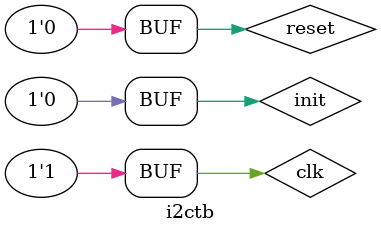
<source format=v>
`timescale 1ns/1ns


module i2ctb;
   
   reg        clk;
   reg        reset;
   reg        init;
   wire       sck;
   wire       sda;
   
   i2cmasterwrite dut(.clk(clk),
                      .reset(reset),
                      .init(init),
                      .sck(sck),
                      .sda(sda));
   
   wire [7:0] myReg0;
   wire [7:0] myReg1;
   wire [7:0] myReg2;
   wire [7:0] myReg3;
   wire [7:0] myReg4;
   wire [7:0] myReg5;
   wire [7:0] myReg6;
   wire [7:0] myReg7;
   
   i2cSlave receiver(.clk(clk),
                     .rst(reset),
                     .sda(sda),
                     .scl(sck),
                     .myReg0(myReg0),
                     .myReg1(myReg1),
                     .myReg2(myReg2),
                     .myReg3(myReg3),
                     .myReg4(myReg4),
                     .myReg5(myReg5),
                     .myReg6(myReg6),
                     .myReg7(myReg7)
                     );
   
   initial
     begin
        reset = 1'b1;
        #200;
        reset = 1'b0;           
     end
   
   always 
     begin
        clk = 1'b0;
        #25;
        clk = 1'b1;
        #25;
     end
   
   initial
     begin
        $monitor("t %8d %3h %3h %3h %3h %3h %3h %3h %3h",
                 $time,
                 myReg0,
                 myReg1,
                 myReg2,
                 myReg3,
                 myReg4,
                 myReg5,
                 myReg6,
                 myReg7);
        #500;
        init    = 1'b1;
        #50;
        init    = 1'b0;
     end
   
endmodule

</source>
